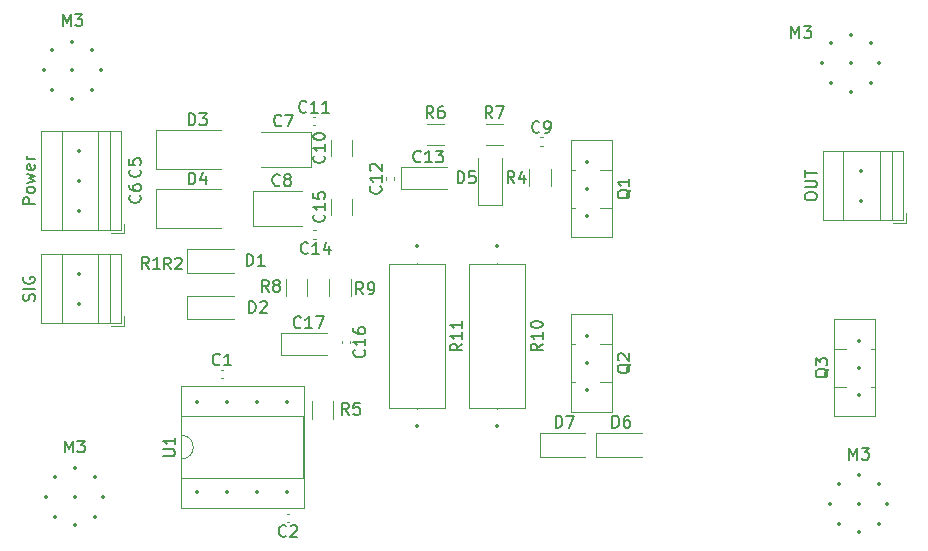
<source format=gto>
%TF.GenerationSoftware,KiCad,Pcbnew,8.0.8*%
%TF.CreationDate,2025-01-31T21:35:22+01:00*%
%TF.ProjectId,BufferCorrente,42756666-6572-4436-9f72-72656e74652e,rev?*%
%TF.SameCoordinates,Original*%
%TF.FileFunction,Legend,Top*%
%TF.FilePolarity,Positive*%
%FSLAX46Y46*%
G04 Gerber Fmt 4.6, Leading zero omitted, Abs format (unit mm)*
G04 Created by KiCad (PCBNEW 8.0.8) date 2025-01-31 21:35:22*
%MOMM*%
%LPD*%
G01*
G04 APERTURE LIST*
%ADD10C,0.150000*%
%ADD11C,0.120000*%
%ADD12C,0.350000*%
G04 APERTURE END LIST*
D10*
X130304819Y-113971904D02*
X131114342Y-113971904D01*
X131114342Y-113971904D02*
X131209580Y-113924285D01*
X131209580Y-113924285D02*
X131257200Y-113876666D01*
X131257200Y-113876666D02*
X131304819Y-113781428D01*
X131304819Y-113781428D02*
X131304819Y-113590952D01*
X131304819Y-113590952D02*
X131257200Y-113495714D01*
X131257200Y-113495714D02*
X131209580Y-113448095D01*
X131209580Y-113448095D02*
X131114342Y-113400476D01*
X131114342Y-113400476D02*
X130304819Y-113400476D01*
X131304819Y-112400476D02*
X131304819Y-112971904D01*
X131304819Y-112686190D02*
X130304819Y-112686190D01*
X130304819Y-112686190D02*
X130447676Y-112781428D01*
X130447676Y-112781428D02*
X130542914Y-112876666D01*
X130542914Y-112876666D02*
X130590533Y-112971904D01*
X155624819Y-104442857D02*
X155148628Y-104776190D01*
X155624819Y-105014285D02*
X154624819Y-105014285D01*
X154624819Y-105014285D02*
X154624819Y-104633333D01*
X154624819Y-104633333D02*
X154672438Y-104538095D01*
X154672438Y-104538095D02*
X154720057Y-104490476D01*
X154720057Y-104490476D02*
X154815295Y-104442857D01*
X154815295Y-104442857D02*
X154958152Y-104442857D01*
X154958152Y-104442857D02*
X155053390Y-104490476D01*
X155053390Y-104490476D02*
X155101009Y-104538095D01*
X155101009Y-104538095D02*
X155148628Y-104633333D01*
X155148628Y-104633333D02*
X155148628Y-105014285D01*
X155624819Y-103490476D02*
X155624819Y-104061904D01*
X155624819Y-103776190D02*
X154624819Y-103776190D01*
X154624819Y-103776190D02*
X154767676Y-103871428D01*
X154767676Y-103871428D02*
X154862914Y-103966666D01*
X154862914Y-103966666D02*
X154910533Y-104061904D01*
X155624819Y-102538095D02*
X155624819Y-103109523D01*
X155624819Y-102823809D02*
X154624819Y-102823809D01*
X154624819Y-102823809D02*
X154767676Y-102919047D01*
X154767676Y-102919047D02*
X154862914Y-103014285D01*
X154862914Y-103014285D02*
X154910533Y-103109523D01*
X162424819Y-104442857D02*
X161948628Y-104776190D01*
X162424819Y-105014285D02*
X161424819Y-105014285D01*
X161424819Y-105014285D02*
X161424819Y-104633333D01*
X161424819Y-104633333D02*
X161472438Y-104538095D01*
X161472438Y-104538095D02*
X161520057Y-104490476D01*
X161520057Y-104490476D02*
X161615295Y-104442857D01*
X161615295Y-104442857D02*
X161758152Y-104442857D01*
X161758152Y-104442857D02*
X161853390Y-104490476D01*
X161853390Y-104490476D02*
X161901009Y-104538095D01*
X161901009Y-104538095D02*
X161948628Y-104633333D01*
X161948628Y-104633333D02*
X161948628Y-105014285D01*
X162424819Y-103490476D02*
X162424819Y-104061904D01*
X162424819Y-103776190D02*
X161424819Y-103776190D01*
X161424819Y-103776190D02*
X161567676Y-103871428D01*
X161567676Y-103871428D02*
X161662914Y-103966666D01*
X161662914Y-103966666D02*
X161710533Y-104061904D01*
X161424819Y-102871428D02*
X161424819Y-102776190D01*
X161424819Y-102776190D02*
X161472438Y-102680952D01*
X161472438Y-102680952D02*
X161520057Y-102633333D01*
X161520057Y-102633333D02*
X161615295Y-102585714D01*
X161615295Y-102585714D02*
X161805771Y-102538095D01*
X161805771Y-102538095D02*
X162043866Y-102538095D01*
X162043866Y-102538095D02*
X162234342Y-102585714D01*
X162234342Y-102585714D02*
X162329580Y-102633333D01*
X162329580Y-102633333D02*
X162377200Y-102680952D01*
X162377200Y-102680952D02*
X162424819Y-102776190D01*
X162424819Y-102776190D02*
X162424819Y-102871428D01*
X162424819Y-102871428D02*
X162377200Y-102966666D01*
X162377200Y-102966666D02*
X162329580Y-103014285D01*
X162329580Y-103014285D02*
X162234342Y-103061904D01*
X162234342Y-103061904D02*
X162043866Y-103109523D01*
X162043866Y-103109523D02*
X161805771Y-103109523D01*
X161805771Y-103109523D02*
X161615295Y-103061904D01*
X161615295Y-103061904D02*
X161520057Y-103014285D01*
X161520057Y-103014285D02*
X161472438Y-102966666D01*
X161472438Y-102966666D02*
X161424819Y-102871428D01*
X147233333Y-100254819D02*
X146900000Y-99778628D01*
X146661905Y-100254819D02*
X146661905Y-99254819D01*
X146661905Y-99254819D02*
X147042857Y-99254819D01*
X147042857Y-99254819D02*
X147138095Y-99302438D01*
X147138095Y-99302438D02*
X147185714Y-99350057D01*
X147185714Y-99350057D02*
X147233333Y-99445295D01*
X147233333Y-99445295D02*
X147233333Y-99588152D01*
X147233333Y-99588152D02*
X147185714Y-99683390D01*
X147185714Y-99683390D02*
X147138095Y-99731009D01*
X147138095Y-99731009D02*
X147042857Y-99778628D01*
X147042857Y-99778628D02*
X146661905Y-99778628D01*
X147709524Y-100254819D02*
X147900000Y-100254819D01*
X147900000Y-100254819D02*
X147995238Y-100207200D01*
X147995238Y-100207200D02*
X148042857Y-100159580D01*
X148042857Y-100159580D02*
X148138095Y-100016723D01*
X148138095Y-100016723D02*
X148185714Y-99826247D01*
X148185714Y-99826247D02*
X148185714Y-99445295D01*
X148185714Y-99445295D02*
X148138095Y-99350057D01*
X148138095Y-99350057D02*
X148090476Y-99302438D01*
X148090476Y-99302438D02*
X147995238Y-99254819D01*
X147995238Y-99254819D02*
X147804762Y-99254819D01*
X147804762Y-99254819D02*
X147709524Y-99302438D01*
X147709524Y-99302438D02*
X147661905Y-99350057D01*
X147661905Y-99350057D02*
X147614286Y-99445295D01*
X147614286Y-99445295D02*
X147614286Y-99683390D01*
X147614286Y-99683390D02*
X147661905Y-99778628D01*
X147661905Y-99778628D02*
X147709524Y-99826247D01*
X147709524Y-99826247D02*
X147804762Y-99873866D01*
X147804762Y-99873866D02*
X147995238Y-99873866D01*
X147995238Y-99873866D02*
X148090476Y-99826247D01*
X148090476Y-99826247D02*
X148138095Y-99778628D01*
X148138095Y-99778628D02*
X148185714Y-99683390D01*
X139233333Y-100054819D02*
X138900000Y-99578628D01*
X138661905Y-100054819D02*
X138661905Y-99054819D01*
X138661905Y-99054819D02*
X139042857Y-99054819D01*
X139042857Y-99054819D02*
X139138095Y-99102438D01*
X139138095Y-99102438D02*
X139185714Y-99150057D01*
X139185714Y-99150057D02*
X139233333Y-99245295D01*
X139233333Y-99245295D02*
X139233333Y-99388152D01*
X139233333Y-99388152D02*
X139185714Y-99483390D01*
X139185714Y-99483390D02*
X139138095Y-99531009D01*
X139138095Y-99531009D02*
X139042857Y-99578628D01*
X139042857Y-99578628D02*
X138661905Y-99578628D01*
X139804762Y-99483390D02*
X139709524Y-99435771D01*
X139709524Y-99435771D02*
X139661905Y-99388152D01*
X139661905Y-99388152D02*
X139614286Y-99292914D01*
X139614286Y-99292914D02*
X139614286Y-99245295D01*
X139614286Y-99245295D02*
X139661905Y-99150057D01*
X139661905Y-99150057D02*
X139709524Y-99102438D01*
X139709524Y-99102438D02*
X139804762Y-99054819D01*
X139804762Y-99054819D02*
X139995238Y-99054819D01*
X139995238Y-99054819D02*
X140090476Y-99102438D01*
X140090476Y-99102438D02*
X140138095Y-99150057D01*
X140138095Y-99150057D02*
X140185714Y-99245295D01*
X140185714Y-99245295D02*
X140185714Y-99292914D01*
X140185714Y-99292914D02*
X140138095Y-99388152D01*
X140138095Y-99388152D02*
X140090476Y-99435771D01*
X140090476Y-99435771D02*
X139995238Y-99483390D01*
X139995238Y-99483390D02*
X139804762Y-99483390D01*
X139804762Y-99483390D02*
X139709524Y-99531009D01*
X139709524Y-99531009D02*
X139661905Y-99578628D01*
X139661905Y-99578628D02*
X139614286Y-99673866D01*
X139614286Y-99673866D02*
X139614286Y-99864342D01*
X139614286Y-99864342D02*
X139661905Y-99959580D01*
X139661905Y-99959580D02*
X139709524Y-100007200D01*
X139709524Y-100007200D02*
X139804762Y-100054819D01*
X139804762Y-100054819D02*
X139995238Y-100054819D01*
X139995238Y-100054819D02*
X140090476Y-100007200D01*
X140090476Y-100007200D02*
X140138095Y-99959580D01*
X140138095Y-99959580D02*
X140185714Y-99864342D01*
X140185714Y-99864342D02*
X140185714Y-99673866D01*
X140185714Y-99673866D02*
X140138095Y-99578628D01*
X140138095Y-99578628D02*
X140090476Y-99531009D01*
X140090476Y-99531009D02*
X139995238Y-99483390D01*
X158170833Y-85354819D02*
X157837500Y-84878628D01*
X157599405Y-85354819D02*
X157599405Y-84354819D01*
X157599405Y-84354819D02*
X157980357Y-84354819D01*
X157980357Y-84354819D02*
X158075595Y-84402438D01*
X158075595Y-84402438D02*
X158123214Y-84450057D01*
X158123214Y-84450057D02*
X158170833Y-84545295D01*
X158170833Y-84545295D02*
X158170833Y-84688152D01*
X158170833Y-84688152D02*
X158123214Y-84783390D01*
X158123214Y-84783390D02*
X158075595Y-84831009D01*
X158075595Y-84831009D02*
X157980357Y-84878628D01*
X157980357Y-84878628D02*
X157599405Y-84878628D01*
X158504167Y-84354819D02*
X159170833Y-84354819D01*
X159170833Y-84354819D02*
X158742262Y-85354819D01*
X153170833Y-85354819D02*
X152837500Y-84878628D01*
X152599405Y-85354819D02*
X152599405Y-84354819D01*
X152599405Y-84354819D02*
X152980357Y-84354819D01*
X152980357Y-84354819D02*
X153075595Y-84402438D01*
X153075595Y-84402438D02*
X153123214Y-84450057D01*
X153123214Y-84450057D02*
X153170833Y-84545295D01*
X153170833Y-84545295D02*
X153170833Y-84688152D01*
X153170833Y-84688152D02*
X153123214Y-84783390D01*
X153123214Y-84783390D02*
X153075595Y-84831009D01*
X153075595Y-84831009D02*
X152980357Y-84878628D01*
X152980357Y-84878628D02*
X152599405Y-84878628D01*
X154027976Y-84354819D02*
X153837500Y-84354819D01*
X153837500Y-84354819D02*
X153742262Y-84402438D01*
X153742262Y-84402438D02*
X153694643Y-84450057D01*
X153694643Y-84450057D02*
X153599405Y-84592914D01*
X153599405Y-84592914D02*
X153551786Y-84783390D01*
X153551786Y-84783390D02*
X153551786Y-85164342D01*
X153551786Y-85164342D02*
X153599405Y-85259580D01*
X153599405Y-85259580D02*
X153647024Y-85307200D01*
X153647024Y-85307200D02*
X153742262Y-85354819D01*
X153742262Y-85354819D02*
X153932738Y-85354819D01*
X153932738Y-85354819D02*
X154027976Y-85307200D01*
X154027976Y-85307200D02*
X154075595Y-85259580D01*
X154075595Y-85259580D02*
X154123214Y-85164342D01*
X154123214Y-85164342D02*
X154123214Y-84926247D01*
X154123214Y-84926247D02*
X154075595Y-84831009D01*
X154075595Y-84831009D02*
X154027976Y-84783390D01*
X154027976Y-84783390D02*
X153932738Y-84735771D01*
X153932738Y-84735771D02*
X153742262Y-84735771D01*
X153742262Y-84735771D02*
X153647024Y-84783390D01*
X153647024Y-84783390D02*
X153599405Y-84831009D01*
X153599405Y-84831009D02*
X153551786Y-84926247D01*
X146033333Y-110454819D02*
X145700000Y-109978628D01*
X145461905Y-110454819D02*
X145461905Y-109454819D01*
X145461905Y-109454819D02*
X145842857Y-109454819D01*
X145842857Y-109454819D02*
X145938095Y-109502438D01*
X145938095Y-109502438D02*
X145985714Y-109550057D01*
X145985714Y-109550057D02*
X146033333Y-109645295D01*
X146033333Y-109645295D02*
X146033333Y-109788152D01*
X146033333Y-109788152D02*
X145985714Y-109883390D01*
X145985714Y-109883390D02*
X145938095Y-109931009D01*
X145938095Y-109931009D02*
X145842857Y-109978628D01*
X145842857Y-109978628D02*
X145461905Y-109978628D01*
X146938095Y-109454819D02*
X146461905Y-109454819D01*
X146461905Y-109454819D02*
X146414286Y-109931009D01*
X146414286Y-109931009D02*
X146461905Y-109883390D01*
X146461905Y-109883390D02*
X146557143Y-109835771D01*
X146557143Y-109835771D02*
X146795238Y-109835771D01*
X146795238Y-109835771D02*
X146890476Y-109883390D01*
X146890476Y-109883390D02*
X146938095Y-109931009D01*
X146938095Y-109931009D02*
X146985714Y-110026247D01*
X146985714Y-110026247D02*
X146985714Y-110264342D01*
X146985714Y-110264342D02*
X146938095Y-110359580D01*
X146938095Y-110359580D02*
X146890476Y-110407200D01*
X146890476Y-110407200D02*
X146795238Y-110454819D01*
X146795238Y-110454819D02*
X146557143Y-110454819D01*
X146557143Y-110454819D02*
X146461905Y-110407200D01*
X146461905Y-110407200D02*
X146414286Y-110359580D01*
X160033333Y-90837319D02*
X159700000Y-90361128D01*
X159461905Y-90837319D02*
X159461905Y-89837319D01*
X159461905Y-89837319D02*
X159842857Y-89837319D01*
X159842857Y-89837319D02*
X159938095Y-89884938D01*
X159938095Y-89884938D02*
X159985714Y-89932557D01*
X159985714Y-89932557D02*
X160033333Y-90027795D01*
X160033333Y-90027795D02*
X160033333Y-90170652D01*
X160033333Y-90170652D02*
X159985714Y-90265890D01*
X159985714Y-90265890D02*
X159938095Y-90313509D01*
X159938095Y-90313509D02*
X159842857Y-90361128D01*
X159842857Y-90361128D02*
X159461905Y-90361128D01*
X160890476Y-90170652D02*
X160890476Y-90837319D01*
X160652381Y-89789700D02*
X160414286Y-90503985D01*
X160414286Y-90503985D02*
X161033333Y-90503985D01*
X130933333Y-98164819D02*
X130600000Y-97688628D01*
X130361905Y-98164819D02*
X130361905Y-97164819D01*
X130361905Y-97164819D02*
X130742857Y-97164819D01*
X130742857Y-97164819D02*
X130838095Y-97212438D01*
X130838095Y-97212438D02*
X130885714Y-97260057D01*
X130885714Y-97260057D02*
X130933333Y-97355295D01*
X130933333Y-97355295D02*
X130933333Y-97498152D01*
X130933333Y-97498152D02*
X130885714Y-97593390D01*
X130885714Y-97593390D02*
X130838095Y-97641009D01*
X130838095Y-97641009D02*
X130742857Y-97688628D01*
X130742857Y-97688628D02*
X130361905Y-97688628D01*
X131314286Y-97260057D02*
X131361905Y-97212438D01*
X131361905Y-97212438D02*
X131457143Y-97164819D01*
X131457143Y-97164819D02*
X131695238Y-97164819D01*
X131695238Y-97164819D02*
X131790476Y-97212438D01*
X131790476Y-97212438D02*
X131838095Y-97260057D01*
X131838095Y-97260057D02*
X131885714Y-97355295D01*
X131885714Y-97355295D02*
X131885714Y-97450533D01*
X131885714Y-97450533D02*
X131838095Y-97593390D01*
X131838095Y-97593390D02*
X131266667Y-98164819D01*
X131266667Y-98164819D02*
X131885714Y-98164819D01*
X129083333Y-98109819D02*
X128750000Y-97633628D01*
X128511905Y-98109819D02*
X128511905Y-97109819D01*
X128511905Y-97109819D02*
X128892857Y-97109819D01*
X128892857Y-97109819D02*
X128988095Y-97157438D01*
X128988095Y-97157438D02*
X129035714Y-97205057D01*
X129035714Y-97205057D02*
X129083333Y-97300295D01*
X129083333Y-97300295D02*
X129083333Y-97443152D01*
X129083333Y-97443152D02*
X129035714Y-97538390D01*
X129035714Y-97538390D02*
X128988095Y-97586009D01*
X128988095Y-97586009D02*
X128892857Y-97633628D01*
X128892857Y-97633628D02*
X128511905Y-97633628D01*
X130035714Y-98109819D02*
X129464286Y-98109819D01*
X129750000Y-98109819D02*
X129750000Y-97109819D01*
X129750000Y-97109819D02*
X129654762Y-97252676D01*
X129654762Y-97252676D02*
X129559524Y-97347914D01*
X129559524Y-97347914D02*
X129464286Y-97395533D01*
X186630057Y-106575238D02*
X186582438Y-106670476D01*
X186582438Y-106670476D02*
X186487200Y-106765714D01*
X186487200Y-106765714D02*
X186344342Y-106908571D01*
X186344342Y-106908571D02*
X186296723Y-107003809D01*
X186296723Y-107003809D02*
X186296723Y-107099047D01*
X186534819Y-107051428D02*
X186487200Y-107146666D01*
X186487200Y-107146666D02*
X186391961Y-107241904D01*
X186391961Y-107241904D02*
X186201485Y-107289523D01*
X186201485Y-107289523D02*
X185868152Y-107289523D01*
X185868152Y-107289523D02*
X185677676Y-107241904D01*
X185677676Y-107241904D02*
X185582438Y-107146666D01*
X185582438Y-107146666D02*
X185534819Y-107051428D01*
X185534819Y-107051428D02*
X185534819Y-106860952D01*
X185534819Y-106860952D02*
X185582438Y-106765714D01*
X185582438Y-106765714D02*
X185677676Y-106670476D01*
X185677676Y-106670476D02*
X185868152Y-106622857D01*
X185868152Y-106622857D02*
X186201485Y-106622857D01*
X186201485Y-106622857D02*
X186391961Y-106670476D01*
X186391961Y-106670476D02*
X186487200Y-106765714D01*
X186487200Y-106765714D02*
X186534819Y-106860952D01*
X186534819Y-106860952D02*
X186534819Y-107051428D01*
X185534819Y-106289523D02*
X185534819Y-105670476D01*
X185534819Y-105670476D02*
X185915771Y-106003809D01*
X185915771Y-106003809D02*
X185915771Y-105860952D01*
X185915771Y-105860952D02*
X185963390Y-105765714D01*
X185963390Y-105765714D02*
X186011009Y-105718095D01*
X186011009Y-105718095D02*
X186106247Y-105670476D01*
X186106247Y-105670476D02*
X186344342Y-105670476D01*
X186344342Y-105670476D02*
X186439580Y-105718095D01*
X186439580Y-105718095D02*
X186487200Y-105765714D01*
X186487200Y-105765714D02*
X186534819Y-105860952D01*
X186534819Y-105860952D02*
X186534819Y-106146666D01*
X186534819Y-106146666D02*
X186487200Y-106241904D01*
X186487200Y-106241904D02*
X186439580Y-106289523D01*
X169870057Y-106175238D02*
X169822438Y-106270476D01*
X169822438Y-106270476D02*
X169727200Y-106365714D01*
X169727200Y-106365714D02*
X169584342Y-106508571D01*
X169584342Y-106508571D02*
X169536723Y-106603809D01*
X169536723Y-106603809D02*
X169536723Y-106699047D01*
X169774819Y-106651428D02*
X169727200Y-106746666D01*
X169727200Y-106746666D02*
X169631961Y-106841904D01*
X169631961Y-106841904D02*
X169441485Y-106889523D01*
X169441485Y-106889523D02*
X169108152Y-106889523D01*
X169108152Y-106889523D02*
X168917676Y-106841904D01*
X168917676Y-106841904D02*
X168822438Y-106746666D01*
X168822438Y-106746666D02*
X168774819Y-106651428D01*
X168774819Y-106651428D02*
X168774819Y-106460952D01*
X168774819Y-106460952D02*
X168822438Y-106365714D01*
X168822438Y-106365714D02*
X168917676Y-106270476D01*
X168917676Y-106270476D02*
X169108152Y-106222857D01*
X169108152Y-106222857D02*
X169441485Y-106222857D01*
X169441485Y-106222857D02*
X169631961Y-106270476D01*
X169631961Y-106270476D02*
X169727200Y-106365714D01*
X169727200Y-106365714D02*
X169774819Y-106460952D01*
X169774819Y-106460952D02*
X169774819Y-106651428D01*
X168870057Y-105841904D02*
X168822438Y-105794285D01*
X168822438Y-105794285D02*
X168774819Y-105699047D01*
X168774819Y-105699047D02*
X168774819Y-105460952D01*
X168774819Y-105460952D02*
X168822438Y-105365714D01*
X168822438Y-105365714D02*
X168870057Y-105318095D01*
X168870057Y-105318095D02*
X168965295Y-105270476D01*
X168965295Y-105270476D02*
X169060533Y-105270476D01*
X169060533Y-105270476D02*
X169203390Y-105318095D01*
X169203390Y-105318095D02*
X169774819Y-105889523D01*
X169774819Y-105889523D02*
X169774819Y-105270476D01*
X169870057Y-91415238D02*
X169822438Y-91510476D01*
X169822438Y-91510476D02*
X169727200Y-91605714D01*
X169727200Y-91605714D02*
X169584342Y-91748571D01*
X169584342Y-91748571D02*
X169536723Y-91843809D01*
X169536723Y-91843809D02*
X169536723Y-91939047D01*
X169774819Y-91891428D02*
X169727200Y-91986666D01*
X169727200Y-91986666D02*
X169631961Y-92081904D01*
X169631961Y-92081904D02*
X169441485Y-92129523D01*
X169441485Y-92129523D02*
X169108152Y-92129523D01*
X169108152Y-92129523D02*
X168917676Y-92081904D01*
X168917676Y-92081904D02*
X168822438Y-91986666D01*
X168822438Y-91986666D02*
X168774819Y-91891428D01*
X168774819Y-91891428D02*
X168774819Y-91700952D01*
X168774819Y-91700952D02*
X168822438Y-91605714D01*
X168822438Y-91605714D02*
X168917676Y-91510476D01*
X168917676Y-91510476D02*
X169108152Y-91462857D01*
X169108152Y-91462857D02*
X169441485Y-91462857D01*
X169441485Y-91462857D02*
X169631961Y-91510476D01*
X169631961Y-91510476D02*
X169727200Y-91605714D01*
X169727200Y-91605714D02*
X169774819Y-91700952D01*
X169774819Y-91700952D02*
X169774819Y-91891428D01*
X169774819Y-90510476D02*
X169774819Y-91081904D01*
X169774819Y-90796190D02*
X168774819Y-90796190D01*
X168774819Y-90796190D02*
X168917676Y-90891428D01*
X168917676Y-90891428D02*
X169012914Y-90986666D01*
X169012914Y-90986666D02*
X169060533Y-91081904D01*
X119434819Y-92636190D02*
X118434819Y-92636190D01*
X118434819Y-92636190D02*
X118434819Y-92255238D01*
X118434819Y-92255238D02*
X118482438Y-92160000D01*
X118482438Y-92160000D02*
X118530057Y-92112381D01*
X118530057Y-92112381D02*
X118625295Y-92064762D01*
X118625295Y-92064762D02*
X118768152Y-92064762D01*
X118768152Y-92064762D02*
X118863390Y-92112381D01*
X118863390Y-92112381D02*
X118911009Y-92160000D01*
X118911009Y-92160000D02*
X118958628Y-92255238D01*
X118958628Y-92255238D02*
X118958628Y-92636190D01*
X119434819Y-91493333D02*
X119387200Y-91588571D01*
X119387200Y-91588571D02*
X119339580Y-91636190D01*
X119339580Y-91636190D02*
X119244342Y-91683809D01*
X119244342Y-91683809D02*
X118958628Y-91683809D01*
X118958628Y-91683809D02*
X118863390Y-91636190D01*
X118863390Y-91636190D02*
X118815771Y-91588571D01*
X118815771Y-91588571D02*
X118768152Y-91493333D01*
X118768152Y-91493333D02*
X118768152Y-91350476D01*
X118768152Y-91350476D02*
X118815771Y-91255238D01*
X118815771Y-91255238D02*
X118863390Y-91207619D01*
X118863390Y-91207619D02*
X118958628Y-91160000D01*
X118958628Y-91160000D02*
X119244342Y-91160000D01*
X119244342Y-91160000D02*
X119339580Y-91207619D01*
X119339580Y-91207619D02*
X119387200Y-91255238D01*
X119387200Y-91255238D02*
X119434819Y-91350476D01*
X119434819Y-91350476D02*
X119434819Y-91493333D01*
X118768152Y-90826666D02*
X119434819Y-90636190D01*
X119434819Y-90636190D02*
X118958628Y-90445714D01*
X118958628Y-90445714D02*
X119434819Y-90255238D01*
X119434819Y-90255238D02*
X118768152Y-90064762D01*
X119387200Y-89302857D02*
X119434819Y-89398095D01*
X119434819Y-89398095D02*
X119434819Y-89588571D01*
X119434819Y-89588571D02*
X119387200Y-89683809D01*
X119387200Y-89683809D02*
X119291961Y-89731428D01*
X119291961Y-89731428D02*
X118911009Y-89731428D01*
X118911009Y-89731428D02*
X118815771Y-89683809D01*
X118815771Y-89683809D02*
X118768152Y-89588571D01*
X118768152Y-89588571D02*
X118768152Y-89398095D01*
X118768152Y-89398095D02*
X118815771Y-89302857D01*
X118815771Y-89302857D02*
X118911009Y-89255238D01*
X118911009Y-89255238D02*
X119006247Y-89255238D01*
X119006247Y-89255238D02*
X119101485Y-89731428D01*
X119434819Y-88826666D02*
X118768152Y-88826666D01*
X118958628Y-88826666D02*
X118863390Y-88779047D01*
X118863390Y-88779047D02*
X118815771Y-88731428D01*
X118815771Y-88731428D02*
X118768152Y-88636190D01*
X118768152Y-88636190D02*
X118768152Y-88540952D01*
X184634819Y-92069999D02*
X184634819Y-91879523D01*
X184634819Y-91879523D02*
X184682438Y-91784285D01*
X184682438Y-91784285D02*
X184777676Y-91689047D01*
X184777676Y-91689047D02*
X184968152Y-91641428D01*
X184968152Y-91641428D02*
X185301485Y-91641428D01*
X185301485Y-91641428D02*
X185491961Y-91689047D01*
X185491961Y-91689047D02*
X185587200Y-91784285D01*
X185587200Y-91784285D02*
X185634819Y-91879523D01*
X185634819Y-91879523D02*
X185634819Y-92069999D01*
X185634819Y-92069999D02*
X185587200Y-92165237D01*
X185587200Y-92165237D02*
X185491961Y-92260475D01*
X185491961Y-92260475D02*
X185301485Y-92308094D01*
X185301485Y-92308094D02*
X184968152Y-92308094D01*
X184968152Y-92308094D02*
X184777676Y-92260475D01*
X184777676Y-92260475D02*
X184682438Y-92165237D01*
X184682438Y-92165237D02*
X184634819Y-92069999D01*
X184634819Y-91212856D02*
X185444342Y-91212856D01*
X185444342Y-91212856D02*
X185539580Y-91165237D01*
X185539580Y-91165237D02*
X185587200Y-91117618D01*
X185587200Y-91117618D02*
X185634819Y-91022380D01*
X185634819Y-91022380D02*
X185634819Y-90831904D01*
X185634819Y-90831904D02*
X185587200Y-90736666D01*
X185587200Y-90736666D02*
X185539580Y-90689047D01*
X185539580Y-90689047D02*
X185444342Y-90641428D01*
X185444342Y-90641428D02*
X184634819Y-90641428D01*
X184634819Y-90308094D02*
X184634819Y-89736666D01*
X185634819Y-90022380D02*
X184634819Y-90022380D01*
X119387200Y-100813808D02*
X119434819Y-100670951D01*
X119434819Y-100670951D02*
X119434819Y-100432856D01*
X119434819Y-100432856D02*
X119387200Y-100337618D01*
X119387200Y-100337618D02*
X119339580Y-100289999D01*
X119339580Y-100289999D02*
X119244342Y-100242380D01*
X119244342Y-100242380D02*
X119149104Y-100242380D01*
X119149104Y-100242380D02*
X119053866Y-100289999D01*
X119053866Y-100289999D02*
X119006247Y-100337618D01*
X119006247Y-100337618D02*
X118958628Y-100432856D01*
X118958628Y-100432856D02*
X118911009Y-100623332D01*
X118911009Y-100623332D02*
X118863390Y-100718570D01*
X118863390Y-100718570D02*
X118815771Y-100766189D01*
X118815771Y-100766189D02*
X118720533Y-100813808D01*
X118720533Y-100813808D02*
X118625295Y-100813808D01*
X118625295Y-100813808D02*
X118530057Y-100766189D01*
X118530057Y-100766189D02*
X118482438Y-100718570D01*
X118482438Y-100718570D02*
X118434819Y-100623332D01*
X118434819Y-100623332D02*
X118434819Y-100385237D01*
X118434819Y-100385237D02*
X118482438Y-100242380D01*
X119434819Y-99813808D02*
X118434819Y-99813808D01*
X118482438Y-98813809D02*
X118434819Y-98909047D01*
X118434819Y-98909047D02*
X118434819Y-99051904D01*
X118434819Y-99051904D02*
X118482438Y-99194761D01*
X118482438Y-99194761D02*
X118577676Y-99289999D01*
X118577676Y-99289999D02*
X118672914Y-99337618D01*
X118672914Y-99337618D02*
X118863390Y-99385237D01*
X118863390Y-99385237D02*
X119006247Y-99385237D01*
X119006247Y-99385237D02*
X119196723Y-99337618D01*
X119196723Y-99337618D02*
X119291961Y-99289999D01*
X119291961Y-99289999D02*
X119387200Y-99194761D01*
X119387200Y-99194761D02*
X119434819Y-99051904D01*
X119434819Y-99051904D02*
X119434819Y-98956666D01*
X119434819Y-98956666D02*
X119387200Y-98813809D01*
X119387200Y-98813809D02*
X119339580Y-98766190D01*
X119339580Y-98766190D02*
X119006247Y-98766190D01*
X119006247Y-98766190D02*
X119006247Y-98956666D01*
X188390476Y-114254819D02*
X188390476Y-113254819D01*
X188390476Y-113254819D02*
X188723809Y-113969104D01*
X188723809Y-113969104D02*
X189057142Y-113254819D01*
X189057142Y-113254819D02*
X189057142Y-114254819D01*
X189438095Y-113254819D02*
X190057142Y-113254819D01*
X190057142Y-113254819D02*
X189723809Y-113635771D01*
X189723809Y-113635771D02*
X189866666Y-113635771D01*
X189866666Y-113635771D02*
X189961904Y-113683390D01*
X189961904Y-113683390D02*
X190009523Y-113731009D01*
X190009523Y-113731009D02*
X190057142Y-113826247D01*
X190057142Y-113826247D02*
X190057142Y-114064342D01*
X190057142Y-114064342D02*
X190009523Y-114159580D01*
X190009523Y-114159580D02*
X189961904Y-114207200D01*
X189961904Y-114207200D02*
X189866666Y-114254819D01*
X189866666Y-114254819D02*
X189580952Y-114254819D01*
X189580952Y-114254819D02*
X189485714Y-114207200D01*
X189485714Y-114207200D02*
X189438095Y-114159580D01*
X183493420Y-78551875D02*
X183493420Y-77551875D01*
X183493420Y-77551875D02*
X183826753Y-78266160D01*
X183826753Y-78266160D02*
X184160086Y-77551875D01*
X184160086Y-77551875D02*
X184160086Y-78551875D01*
X184541039Y-77551875D02*
X185160086Y-77551875D01*
X185160086Y-77551875D02*
X184826753Y-77932827D01*
X184826753Y-77932827D02*
X184969610Y-77932827D01*
X184969610Y-77932827D02*
X185064848Y-77980446D01*
X185064848Y-77980446D02*
X185112467Y-78028065D01*
X185112467Y-78028065D02*
X185160086Y-78123303D01*
X185160086Y-78123303D02*
X185160086Y-78361398D01*
X185160086Y-78361398D02*
X185112467Y-78456636D01*
X185112467Y-78456636D02*
X185064848Y-78504256D01*
X185064848Y-78504256D02*
X184969610Y-78551875D01*
X184969610Y-78551875D02*
X184683896Y-78551875D01*
X184683896Y-78551875D02*
X184588658Y-78504256D01*
X184588658Y-78504256D02*
X184541039Y-78456636D01*
X121990476Y-113654819D02*
X121990476Y-112654819D01*
X121990476Y-112654819D02*
X122323809Y-113369104D01*
X122323809Y-113369104D02*
X122657142Y-112654819D01*
X122657142Y-112654819D02*
X122657142Y-113654819D01*
X123038095Y-112654819D02*
X123657142Y-112654819D01*
X123657142Y-112654819D02*
X123323809Y-113035771D01*
X123323809Y-113035771D02*
X123466666Y-113035771D01*
X123466666Y-113035771D02*
X123561904Y-113083390D01*
X123561904Y-113083390D02*
X123609523Y-113131009D01*
X123609523Y-113131009D02*
X123657142Y-113226247D01*
X123657142Y-113226247D02*
X123657142Y-113464342D01*
X123657142Y-113464342D02*
X123609523Y-113559580D01*
X123609523Y-113559580D02*
X123561904Y-113607200D01*
X123561904Y-113607200D02*
X123466666Y-113654819D01*
X123466666Y-113654819D02*
X123180952Y-113654819D01*
X123180952Y-113654819D02*
X123085714Y-113607200D01*
X123085714Y-113607200D02*
X123038095Y-113559580D01*
X121790476Y-77551875D02*
X121790476Y-76551875D01*
X121790476Y-76551875D02*
X122123809Y-77266160D01*
X122123809Y-77266160D02*
X122457142Y-76551875D01*
X122457142Y-76551875D02*
X122457142Y-77551875D01*
X122838095Y-76551875D02*
X123457142Y-76551875D01*
X123457142Y-76551875D02*
X123123809Y-76932827D01*
X123123809Y-76932827D02*
X123266666Y-76932827D01*
X123266666Y-76932827D02*
X123361904Y-76980446D01*
X123361904Y-76980446D02*
X123409523Y-77028065D01*
X123409523Y-77028065D02*
X123457142Y-77123303D01*
X123457142Y-77123303D02*
X123457142Y-77361398D01*
X123457142Y-77361398D02*
X123409523Y-77456636D01*
X123409523Y-77456636D02*
X123361904Y-77504256D01*
X123361904Y-77504256D02*
X123266666Y-77551875D01*
X123266666Y-77551875D02*
X122980952Y-77551875D01*
X122980952Y-77551875D02*
X122885714Y-77504256D01*
X122885714Y-77504256D02*
X122838095Y-77456636D01*
X163534905Y-111549819D02*
X163534905Y-110549819D01*
X163534905Y-110549819D02*
X163773000Y-110549819D01*
X163773000Y-110549819D02*
X163915857Y-110597438D01*
X163915857Y-110597438D02*
X164011095Y-110692676D01*
X164011095Y-110692676D02*
X164058714Y-110787914D01*
X164058714Y-110787914D02*
X164106333Y-110978390D01*
X164106333Y-110978390D02*
X164106333Y-111121247D01*
X164106333Y-111121247D02*
X164058714Y-111311723D01*
X164058714Y-111311723D02*
X164011095Y-111406961D01*
X164011095Y-111406961D02*
X163915857Y-111502200D01*
X163915857Y-111502200D02*
X163773000Y-111549819D01*
X163773000Y-111549819D02*
X163534905Y-111549819D01*
X164439667Y-110549819D02*
X165106333Y-110549819D01*
X165106333Y-110549819D02*
X164677762Y-111549819D01*
X168334905Y-111549819D02*
X168334905Y-110549819D01*
X168334905Y-110549819D02*
X168573000Y-110549819D01*
X168573000Y-110549819D02*
X168715857Y-110597438D01*
X168715857Y-110597438D02*
X168811095Y-110692676D01*
X168811095Y-110692676D02*
X168858714Y-110787914D01*
X168858714Y-110787914D02*
X168906333Y-110978390D01*
X168906333Y-110978390D02*
X168906333Y-111121247D01*
X168906333Y-111121247D02*
X168858714Y-111311723D01*
X168858714Y-111311723D02*
X168811095Y-111406961D01*
X168811095Y-111406961D02*
X168715857Y-111502200D01*
X168715857Y-111502200D02*
X168573000Y-111549819D01*
X168573000Y-111549819D02*
X168334905Y-111549819D01*
X169763476Y-110549819D02*
X169573000Y-110549819D01*
X169573000Y-110549819D02*
X169477762Y-110597438D01*
X169477762Y-110597438D02*
X169430143Y-110645057D01*
X169430143Y-110645057D02*
X169334905Y-110787914D01*
X169334905Y-110787914D02*
X169287286Y-110978390D01*
X169287286Y-110978390D02*
X169287286Y-111359342D01*
X169287286Y-111359342D02*
X169334905Y-111454580D01*
X169334905Y-111454580D02*
X169382524Y-111502200D01*
X169382524Y-111502200D02*
X169477762Y-111549819D01*
X169477762Y-111549819D02*
X169668238Y-111549819D01*
X169668238Y-111549819D02*
X169763476Y-111502200D01*
X169763476Y-111502200D02*
X169811095Y-111454580D01*
X169811095Y-111454580D02*
X169858714Y-111359342D01*
X169858714Y-111359342D02*
X169858714Y-111121247D01*
X169858714Y-111121247D02*
X169811095Y-111026009D01*
X169811095Y-111026009D02*
X169763476Y-110978390D01*
X169763476Y-110978390D02*
X169668238Y-110930771D01*
X169668238Y-110930771D02*
X169477762Y-110930771D01*
X169477762Y-110930771D02*
X169382524Y-110978390D01*
X169382524Y-110978390D02*
X169334905Y-111026009D01*
X169334905Y-111026009D02*
X169287286Y-111121247D01*
X155231905Y-90854819D02*
X155231905Y-89854819D01*
X155231905Y-89854819D02*
X155470000Y-89854819D01*
X155470000Y-89854819D02*
X155612857Y-89902438D01*
X155612857Y-89902438D02*
X155708095Y-89997676D01*
X155708095Y-89997676D02*
X155755714Y-90092914D01*
X155755714Y-90092914D02*
X155803333Y-90283390D01*
X155803333Y-90283390D02*
X155803333Y-90426247D01*
X155803333Y-90426247D02*
X155755714Y-90616723D01*
X155755714Y-90616723D02*
X155708095Y-90711961D01*
X155708095Y-90711961D02*
X155612857Y-90807200D01*
X155612857Y-90807200D02*
X155470000Y-90854819D01*
X155470000Y-90854819D02*
X155231905Y-90854819D01*
X156708095Y-89854819D02*
X156231905Y-89854819D01*
X156231905Y-89854819D02*
X156184286Y-90331009D01*
X156184286Y-90331009D02*
X156231905Y-90283390D01*
X156231905Y-90283390D02*
X156327143Y-90235771D01*
X156327143Y-90235771D02*
X156565238Y-90235771D01*
X156565238Y-90235771D02*
X156660476Y-90283390D01*
X156660476Y-90283390D02*
X156708095Y-90331009D01*
X156708095Y-90331009D02*
X156755714Y-90426247D01*
X156755714Y-90426247D02*
X156755714Y-90664342D01*
X156755714Y-90664342D02*
X156708095Y-90759580D01*
X156708095Y-90759580D02*
X156660476Y-90807200D01*
X156660476Y-90807200D02*
X156565238Y-90854819D01*
X156565238Y-90854819D02*
X156327143Y-90854819D01*
X156327143Y-90854819D02*
X156231905Y-90807200D01*
X156231905Y-90807200D02*
X156184286Y-90759580D01*
X132461905Y-90954819D02*
X132461905Y-89954819D01*
X132461905Y-89954819D02*
X132700000Y-89954819D01*
X132700000Y-89954819D02*
X132842857Y-90002438D01*
X132842857Y-90002438D02*
X132938095Y-90097676D01*
X132938095Y-90097676D02*
X132985714Y-90192914D01*
X132985714Y-90192914D02*
X133033333Y-90383390D01*
X133033333Y-90383390D02*
X133033333Y-90526247D01*
X133033333Y-90526247D02*
X132985714Y-90716723D01*
X132985714Y-90716723D02*
X132938095Y-90811961D01*
X132938095Y-90811961D02*
X132842857Y-90907200D01*
X132842857Y-90907200D02*
X132700000Y-90954819D01*
X132700000Y-90954819D02*
X132461905Y-90954819D01*
X133890476Y-90288152D02*
X133890476Y-90954819D01*
X133652381Y-89907200D02*
X133414286Y-90621485D01*
X133414286Y-90621485D02*
X134033333Y-90621485D01*
X132461905Y-85954819D02*
X132461905Y-84954819D01*
X132461905Y-84954819D02*
X132700000Y-84954819D01*
X132700000Y-84954819D02*
X132842857Y-85002438D01*
X132842857Y-85002438D02*
X132938095Y-85097676D01*
X132938095Y-85097676D02*
X132985714Y-85192914D01*
X132985714Y-85192914D02*
X133033333Y-85383390D01*
X133033333Y-85383390D02*
X133033333Y-85526247D01*
X133033333Y-85526247D02*
X132985714Y-85716723D01*
X132985714Y-85716723D02*
X132938095Y-85811961D01*
X132938095Y-85811961D02*
X132842857Y-85907200D01*
X132842857Y-85907200D02*
X132700000Y-85954819D01*
X132700000Y-85954819D02*
X132461905Y-85954819D01*
X133366667Y-84954819D02*
X133985714Y-84954819D01*
X133985714Y-84954819D02*
X133652381Y-85335771D01*
X133652381Y-85335771D02*
X133795238Y-85335771D01*
X133795238Y-85335771D02*
X133890476Y-85383390D01*
X133890476Y-85383390D02*
X133938095Y-85431009D01*
X133938095Y-85431009D02*
X133985714Y-85526247D01*
X133985714Y-85526247D02*
X133985714Y-85764342D01*
X133985714Y-85764342D02*
X133938095Y-85859580D01*
X133938095Y-85859580D02*
X133890476Y-85907200D01*
X133890476Y-85907200D02*
X133795238Y-85954819D01*
X133795238Y-85954819D02*
X133509524Y-85954819D01*
X133509524Y-85954819D02*
X133414286Y-85907200D01*
X133414286Y-85907200D02*
X133366667Y-85859580D01*
X137561905Y-101854819D02*
X137561905Y-100854819D01*
X137561905Y-100854819D02*
X137800000Y-100854819D01*
X137800000Y-100854819D02*
X137942857Y-100902438D01*
X137942857Y-100902438D02*
X138038095Y-100997676D01*
X138038095Y-100997676D02*
X138085714Y-101092914D01*
X138085714Y-101092914D02*
X138133333Y-101283390D01*
X138133333Y-101283390D02*
X138133333Y-101426247D01*
X138133333Y-101426247D02*
X138085714Y-101616723D01*
X138085714Y-101616723D02*
X138038095Y-101711961D01*
X138038095Y-101711961D02*
X137942857Y-101807200D01*
X137942857Y-101807200D02*
X137800000Y-101854819D01*
X137800000Y-101854819D02*
X137561905Y-101854819D01*
X138514286Y-100950057D02*
X138561905Y-100902438D01*
X138561905Y-100902438D02*
X138657143Y-100854819D01*
X138657143Y-100854819D02*
X138895238Y-100854819D01*
X138895238Y-100854819D02*
X138990476Y-100902438D01*
X138990476Y-100902438D02*
X139038095Y-100950057D01*
X139038095Y-100950057D02*
X139085714Y-101045295D01*
X139085714Y-101045295D02*
X139085714Y-101140533D01*
X139085714Y-101140533D02*
X139038095Y-101283390D01*
X139038095Y-101283390D02*
X138466667Y-101854819D01*
X138466667Y-101854819D02*
X139085714Y-101854819D01*
X137361905Y-97854819D02*
X137361905Y-96854819D01*
X137361905Y-96854819D02*
X137600000Y-96854819D01*
X137600000Y-96854819D02*
X137742857Y-96902438D01*
X137742857Y-96902438D02*
X137838095Y-96997676D01*
X137838095Y-96997676D02*
X137885714Y-97092914D01*
X137885714Y-97092914D02*
X137933333Y-97283390D01*
X137933333Y-97283390D02*
X137933333Y-97426247D01*
X137933333Y-97426247D02*
X137885714Y-97616723D01*
X137885714Y-97616723D02*
X137838095Y-97711961D01*
X137838095Y-97711961D02*
X137742857Y-97807200D01*
X137742857Y-97807200D02*
X137600000Y-97854819D01*
X137600000Y-97854819D02*
X137361905Y-97854819D01*
X138885714Y-97854819D02*
X138314286Y-97854819D01*
X138600000Y-97854819D02*
X138600000Y-96854819D01*
X138600000Y-96854819D02*
X138504762Y-96997676D01*
X138504762Y-96997676D02*
X138409524Y-97092914D01*
X138409524Y-97092914D02*
X138314286Y-97140533D01*
X141957142Y-103049580D02*
X141909523Y-103097200D01*
X141909523Y-103097200D02*
X141766666Y-103144819D01*
X141766666Y-103144819D02*
X141671428Y-103144819D01*
X141671428Y-103144819D02*
X141528571Y-103097200D01*
X141528571Y-103097200D02*
X141433333Y-103001961D01*
X141433333Y-103001961D02*
X141385714Y-102906723D01*
X141385714Y-102906723D02*
X141338095Y-102716247D01*
X141338095Y-102716247D02*
X141338095Y-102573390D01*
X141338095Y-102573390D02*
X141385714Y-102382914D01*
X141385714Y-102382914D02*
X141433333Y-102287676D01*
X141433333Y-102287676D02*
X141528571Y-102192438D01*
X141528571Y-102192438D02*
X141671428Y-102144819D01*
X141671428Y-102144819D02*
X141766666Y-102144819D01*
X141766666Y-102144819D02*
X141909523Y-102192438D01*
X141909523Y-102192438D02*
X141957142Y-102240057D01*
X142909523Y-103144819D02*
X142338095Y-103144819D01*
X142623809Y-103144819D02*
X142623809Y-102144819D01*
X142623809Y-102144819D02*
X142528571Y-102287676D01*
X142528571Y-102287676D02*
X142433333Y-102382914D01*
X142433333Y-102382914D02*
X142338095Y-102430533D01*
X143242857Y-102144819D02*
X143909523Y-102144819D01*
X143909523Y-102144819D02*
X143480952Y-103144819D01*
X147319580Y-104962857D02*
X147367200Y-105010476D01*
X147367200Y-105010476D02*
X147414819Y-105153333D01*
X147414819Y-105153333D02*
X147414819Y-105248571D01*
X147414819Y-105248571D02*
X147367200Y-105391428D01*
X147367200Y-105391428D02*
X147271961Y-105486666D01*
X147271961Y-105486666D02*
X147176723Y-105534285D01*
X147176723Y-105534285D02*
X146986247Y-105581904D01*
X146986247Y-105581904D02*
X146843390Y-105581904D01*
X146843390Y-105581904D02*
X146652914Y-105534285D01*
X146652914Y-105534285D02*
X146557676Y-105486666D01*
X146557676Y-105486666D02*
X146462438Y-105391428D01*
X146462438Y-105391428D02*
X146414819Y-105248571D01*
X146414819Y-105248571D02*
X146414819Y-105153333D01*
X146414819Y-105153333D02*
X146462438Y-105010476D01*
X146462438Y-105010476D02*
X146510057Y-104962857D01*
X147414819Y-104010476D02*
X147414819Y-104581904D01*
X147414819Y-104296190D02*
X146414819Y-104296190D01*
X146414819Y-104296190D02*
X146557676Y-104391428D01*
X146557676Y-104391428D02*
X146652914Y-104486666D01*
X146652914Y-104486666D02*
X146700533Y-104581904D01*
X146414819Y-103153333D02*
X146414819Y-103343809D01*
X146414819Y-103343809D02*
X146462438Y-103439047D01*
X146462438Y-103439047D02*
X146510057Y-103486666D01*
X146510057Y-103486666D02*
X146652914Y-103581904D01*
X146652914Y-103581904D02*
X146843390Y-103629523D01*
X146843390Y-103629523D02*
X147224342Y-103629523D01*
X147224342Y-103629523D02*
X147319580Y-103581904D01*
X147319580Y-103581904D02*
X147367200Y-103534285D01*
X147367200Y-103534285D02*
X147414819Y-103439047D01*
X147414819Y-103439047D02*
X147414819Y-103248571D01*
X147414819Y-103248571D02*
X147367200Y-103153333D01*
X147367200Y-103153333D02*
X147319580Y-103105714D01*
X147319580Y-103105714D02*
X147224342Y-103058095D01*
X147224342Y-103058095D02*
X146986247Y-103058095D01*
X146986247Y-103058095D02*
X146891009Y-103105714D01*
X146891009Y-103105714D02*
X146843390Y-103153333D01*
X146843390Y-103153333D02*
X146795771Y-103248571D01*
X146795771Y-103248571D02*
X146795771Y-103439047D01*
X146795771Y-103439047D02*
X146843390Y-103534285D01*
X146843390Y-103534285D02*
X146891009Y-103581904D01*
X146891009Y-103581904D02*
X146986247Y-103629523D01*
X143909580Y-93517857D02*
X143957200Y-93565476D01*
X143957200Y-93565476D02*
X144004819Y-93708333D01*
X144004819Y-93708333D02*
X144004819Y-93803571D01*
X144004819Y-93803571D02*
X143957200Y-93946428D01*
X143957200Y-93946428D02*
X143861961Y-94041666D01*
X143861961Y-94041666D02*
X143766723Y-94089285D01*
X143766723Y-94089285D02*
X143576247Y-94136904D01*
X143576247Y-94136904D02*
X143433390Y-94136904D01*
X143433390Y-94136904D02*
X143242914Y-94089285D01*
X143242914Y-94089285D02*
X143147676Y-94041666D01*
X143147676Y-94041666D02*
X143052438Y-93946428D01*
X143052438Y-93946428D02*
X143004819Y-93803571D01*
X143004819Y-93803571D02*
X143004819Y-93708333D01*
X143004819Y-93708333D02*
X143052438Y-93565476D01*
X143052438Y-93565476D02*
X143100057Y-93517857D01*
X144004819Y-92565476D02*
X144004819Y-93136904D01*
X144004819Y-92851190D02*
X143004819Y-92851190D01*
X143004819Y-92851190D02*
X143147676Y-92946428D01*
X143147676Y-92946428D02*
X143242914Y-93041666D01*
X143242914Y-93041666D02*
X143290533Y-93136904D01*
X143004819Y-91660714D02*
X143004819Y-92136904D01*
X143004819Y-92136904D02*
X143481009Y-92184523D01*
X143481009Y-92184523D02*
X143433390Y-92136904D01*
X143433390Y-92136904D02*
X143385771Y-92041666D01*
X143385771Y-92041666D02*
X143385771Y-91803571D01*
X143385771Y-91803571D02*
X143433390Y-91708333D01*
X143433390Y-91708333D02*
X143481009Y-91660714D01*
X143481009Y-91660714D02*
X143576247Y-91613095D01*
X143576247Y-91613095D02*
X143814342Y-91613095D01*
X143814342Y-91613095D02*
X143909580Y-91660714D01*
X143909580Y-91660714D02*
X143957200Y-91708333D01*
X143957200Y-91708333D02*
X144004819Y-91803571D01*
X144004819Y-91803571D02*
X144004819Y-92041666D01*
X144004819Y-92041666D02*
X143957200Y-92136904D01*
X143957200Y-92136904D02*
X143909580Y-92184523D01*
X142557142Y-96759580D02*
X142509523Y-96807200D01*
X142509523Y-96807200D02*
X142366666Y-96854819D01*
X142366666Y-96854819D02*
X142271428Y-96854819D01*
X142271428Y-96854819D02*
X142128571Y-96807200D01*
X142128571Y-96807200D02*
X142033333Y-96711961D01*
X142033333Y-96711961D02*
X141985714Y-96616723D01*
X141985714Y-96616723D02*
X141938095Y-96426247D01*
X141938095Y-96426247D02*
X141938095Y-96283390D01*
X141938095Y-96283390D02*
X141985714Y-96092914D01*
X141985714Y-96092914D02*
X142033333Y-95997676D01*
X142033333Y-95997676D02*
X142128571Y-95902438D01*
X142128571Y-95902438D02*
X142271428Y-95854819D01*
X142271428Y-95854819D02*
X142366666Y-95854819D01*
X142366666Y-95854819D02*
X142509523Y-95902438D01*
X142509523Y-95902438D02*
X142557142Y-95950057D01*
X143509523Y-96854819D02*
X142938095Y-96854819D01*
X143223809Y-96854819D02*
X143223809Y-95854819D01*
X143223809Y-95854819D02*
X143128571Y-95997676D01*
X143128571Y-95997676D02*
X143033333Y-96092914D01*
X143033333Y-96092914D02*
X142938095Y-96140533D01*
X144366666Y-96188152D02*
X144366666Y-96854819D01*
X144128571Y-95807200D02*
X143890476Y-96521485D01*
X143890476Y-96521485D02*
X144509523Y-96521485D01*
X152107142Y-89009580D02*
X152059523Y-89057200D01*
X152059523Y-89057200D02*
X151916666Y-89104819D01*
X151916666Y-89104819D02*
X151821428Y-89104819D01*
X151821428Y-89104819D02*
X151678571Y-89057200D01*
X151678571Y-89057200D02*
X151583333Y-88961961D01*
X151583333Y-88961961D02*
X151535714Y-88866723D01*
X151535714Y-88866723D02*
X151488095Y-88676247D01*
X151488095Y-88676247D02*
X151488095Y-88533390D01*
X151488095Y-88533390D02*
X151535714Y-88342914D01*
X151535714Y-88342914D02*
X151583333Y-88247676D01*
X151583333Y-88247676D02*
X151678571Y-88152438D01*
X151678571Y-88152438D02*
X151821428Y-88104819D01*
X151821428Y-88104819D02*
X151916666Y-88104819D01*
X151916666Y-88104819D02*
X152059523Y-88152438D01*
X152059523Y-88152438D02*
X152107142Y-88200057D01*
X153059523Y-89104819D02*
X152488095Y-89104819D01*
X152773809Y-89104819D02*
X152773809Y-88104819D01*
X152773809Y-88104819D02*
X152678571Y-88247676D01*
X152678571Y-88247676D02*
X152583333Y-88342914D01*
X152583333Y-88342914D02*
X152488095Y-88390533D01*
X153392857Y-88104819D02*
X154011904Y-88104819D01*
X154011904Y-88104819D02*
X153678571Y-88485771D01*
X153678571Y-88485771D02*
X153821428Y-88485771D01*
X153821428Y-88485771D02*
X153916666Y-88533390D01*
X153916666Y-88533390D02*
X153964285Y-88581009D01*
X153964285Y-88581009D02*
X154011904Y-88676247D01*
X154011904Y-88676247D02*
X154011904Y-88914342D01*
X154011904Y-88914342D02*
X153964285Y-89009580D01*
X153964285Y-89009580D02*
X153916666Y-89057200D01*
X153916666Y-89057200D02*
X153821428Y-89104819D01*
X153821428Y-89104819D02*
X153535714Y-89104819D01*
X153535714Y-89104819D02*
X153440476Y-89057200D01*
X153440476Y-89057200D02*
X153392857Y-89009580D01*
X148699580Y-91122857D02*
X148747200Y-91170476D01*
X148747200Y-91170476D02*
X148794819Y-91313333D01*
X148794819Y-91313333D02*
X148794819Y-91408571D01*
X148794819Y-91408571D02*
X148747200Y-91551428D01*
X148747200Y-91551428D02*
X148651961Y-91646666D01*
X148651961Y-91646666D02*
X148556723Y-91694285D01*
X148556723Y-91694285D02*
X148366247Y-91741904D01*
X148366247Y-91741904D02*
X148223390Y-91741904D01*
X148223390Y-91741904D02*
X148032914Y-91694285D01*
X148032914Y-91694285D02*
X147937676Y-91646666D01*
X147937676Y-91646666D02*
X147842438Y-91551428D01*
X147842438Y-91551428D02*
X147794819Y-91408571D01*
X147794819Y-91408571D02*
X147794819Y-91313333D01*
X147794819Y-91313333D02*
X147842438Y-91170476D01*
X147842438Y-91170476D02*
X147890057Y-91122857D01*
X148794819Y-90170476D02*
X148794819Y-90741904D01*
X148794819Y-90456190D02*
X147794819Y-90456190D01*
X147794819Y-90456190D02*
X147937676Y-90551428D01*
X147937676Y-90551428D02*
X148032914Y-90646666D01*
X148032914Y-90646666D02*
X148080533Y-90741904D01*
X147890057Y-89789523D02*
X147842438Y-89741904D01*
X147842438Y-89741904D02*
X147794819Y-89646666D01*
X147794819Y-89646666D02*
X147794819Y-89408571D01*
X147794819Y-89408571D02*
X147842438Y-89313333D01*
X147842438Y-89313333D02*
X147890057Y-89265714D01*
X147890057Y-89265714D02*
X147985295Y-89218095D01*
X147985295Y-89218095D02*
X148080533Y-89218095D01*
X148080533Y-89218095D02*
X148223390Y-89265714D01*
X148223390Y-89265714D02*
X148794819Y-89837142D01*
X148794819Y-89837142D02*
X148794819Y-89218095D01*
X142437142Y-84799580D02*
X142389523Y-84847200D01*
X142389523Y-84847200D02*
X142246666Y-84894819D01*
X142246666Y-84894819D02*
X142151428Y-84894819D01*
X142151428Y-84894819D02*
X142008571Y-84847200D01*
X142008571Y-84847200D02*
X141913333Y-84751961D01*
X141913333Y-84751961D02*
X141865714Y-84656723D01*
X141865714Y-84656723D02*
X141818095Y-84466247D01*
X141818095Y-84466247D02*
X141818095Y-84323390D01*
X141818095Y-84323390D02*
X141865714Y-84132914D01*
X141865714Y-84132914D02*
X141913333Y-84037676D01*
X141913333Y-84037676D02*
X142008571Y-83942438D01*
X142008571Y-83942438D02*
X142151428Y-83894819D01*
X142151428Y-83894819D02*
X142246666Y-83894819D01*
X142246666Y-83894819D02*
X142389523Y-83942438D01*
X142389523Y-83942438D02*
X142437142Y-83990057D01*
X143389523Y-84894819D02*
X142818095Y-84894819D01*
X143103809Y-84894819D02*
X143103809Y-83894819D01*
X143103809Y-83894819D02*
X143008571Y-84037676D01*
X143008571Y-84037676D02*
X142913333Y-84132914D01*
X142913333Y-84132914D02*
X142818095Y-84180533D01*
X144341904Y-84894819D02*
X143770476Y-84894819D01*
X144056190Y-84894819D02*
X144056190Y-83894819D01*
X144056190Y-83894819D02*
X143960952Y-84037676D01*
X143960952Y-84037676D02*
X143865714Y-84132914D01*
X143865714Y-84132914D02*
X143770476Y-84180533D01*
X143909580Y-88517857D02*
X143957200Y-88565476D01*
X143957200Y-88565476D02*
X144004819Y-88708333D01*
X144004819Y-88708333D02*
X144004819Y-88803571D01*
X144004819Y-88803571D02*
X143957200Y-88946428D01*
X143957200Y-88946428D02*
X143861961Y-89041666D01*
X143861961Y-89041666D02*
X143766723Y-89089285D01*
X143766723Y-89089285D02*
X143576247Y-89136904D01*
X143576247Y-89136904D02*
X143433390Y-89136904D01*
X143433390Y-89136904D02*
X143242914Y-89089285D01*
X143242914Y-89089285D02*
X143147676Y-89041666D01*
X143147676Y-89041666D02*
X143052438Y-88946428D01*
X143052438Y-88946428D02*
X143004819Y-88803571D01*
X143004819Y-88803571D02*
X143004819Y-88708333D01*
X143004819Y-88708333D02*
X143052438Y-88565476D01*
X143052438Y-88565476D02*
X143100057Y-88517857D01*
X144004819Y-87565476D02*
X144004819Y-88136904D01*
X144004819Y-87851190D02*
X143004819Y-87851190D01*
X143004819Y-87851190D02*
X143147676Y-87946428D01*
X143147676Y-87946428D02*
X143242914Y-88041666D01*
X143242914Y-88041666D02*
X143290533Y-88136904D01*
X143004819Y-86946428D02*
X143004819Y-86851190D01*
X143004819Y-86851190D02*
X143052438Y-86755952D01*
X143052438Y-86755952D02*
X143100057Y-86708333D01*
X143100057Y-86708333D02*
X143195295Y-86660714D01*
X143195295Y-86660714D02*
X143385771Y-86613095D01*
X143385771Y-86613095D02*
X143623866Y-86613095D01*
X143623866Y-86613095D02*
X143814342Y-86660714D01*
X143814342Y-86660714D02*
X143909580Y-86708333D01*
X143909580Y-86708333D02*
X143957200Y-86755952D01*
X143957200Y-86755952D02*
X144004819Y-86851190D01*
X144004819Y-86851190D02*
X144004819Y-86946428D01*
X144004819Y-86946428D02*
X143957200Y-87041666D01*
X143957200Y-87041666D02*
X143909580Y-87089285D01*
X143909580Y-87089285D02*
X143814342Y-87136904D01*
X143814342Y-87136904D02*
X143623866Y-87184523D01*
X143623866Y-87184523D02*
X143385771Y-87184523D01*
X143385771Y-87184523D02*
X143195295Y-87136904D01*
X143195295Y-87136904D02*
X143100057Y-87089285D01*
X143100057Y-87089285D02*
X143052438Y-87041666D01*
X143052438Y-87041666D02*
X143004819Y-86946428D01*
X162153333Y-86519580D02*
X162105714Y-86567200D01*
X162105714Y-86567200D02*
X161962857Y-86614819D01*
X161962857Y-86614819D02*
X161867619Y-86614819D01*
X161867619Y-86614819D02*
X161724762Y-86567200D01*
X161724762Y-86567200D02*
X161629524Y-86471961D01*
X161629524Y-86471961D02*
X161581905Y-86376723D01*
X161581905Y-86376723D02*
X161534286Y-86186247D01*
X161534286Y-86186247D02*
X161534286Y-86043390D01*
X161534286Y-86043390D02*
X161581905Y-85852914D01*
X161581905Y-85852914D02*
X161629524Y-85757676D01*
X161629524Y-85757676D02*
X161724762Y-85662438D01*
X161724762Y-85662438D02*
X161867619Y-85614819D01*
X161867619Y-85614819D02*
X161962857Y-85614819D01*
X161962857Y-85614819D02*
X162105714Y-85662438D01*
X162105714Y-85662438D02*
X162153333Y-85710057D01*
X162629524Y-86614819D02*
X162820000Y-86614819D01*
X162820000Y-86614819D02*
X162915238Y-86567200D01*
X162915238Y-86567200D02*
X162962857Y-86519580D01*
X162962857Y-86519580D02*
X163058095Y-86376723D01*
X163058095Y-86376723D02*
X163105714Y-86186247D01*
X163105714Y-86186247D02*
X163105714Y-85805295D01*
X163105714Y-85805295D02*
X163058095Y-85710057D01*
X163058095Y-85710057D02*
X163010476Y-85662438D01*
X163010476Y-85662438D02*
X162915238Y-85614819D01*
X162915238Y-85614819D02*
X162724762Y-85614819D01*
X162724762Y-85614819D02*
X162629524Y-85662438D01*
X162629524Y-85662438D02*
X162581905Y-85710057D01*
X162581905Y-85710057D02*
X162534286Y-85805295D01*
X162534286Y-85805295D02*
X162534286Y-86043390D01*
X162534286Y-86043390D02*
X162581905Y-86138628D01*
X162581905Y-86138628D02*
X162629524Y-86186247D01*
X162629524Y-86186247D02*
X162724762Y-86233866D01*
X162724762Y-86233866D02*
X162915238Y-86233866D01*
X162915238Y-86233866D02*
X163010476Y-86186247D01*
X163010476Y-86186247D02*
X163058095Y-86138628D01*
X163058095Y-86138628D02*
X163105714Y-86043390D01*
X140170833Y-91009580D02*
X140123214Y-91057200D01*
X140123214Y-91057200D02*
X139980357Y-91104819D01*
X139980357Y-91104819D02*
X139885119Y-91104819D01*
X139885119Y-91104819D02*
X139742262Y-91057200D01*
X139742262Y-91057200D02*
X139647024Y-90961961D01*
X139647024Y-90961961D02*
X139599405Y-90866723D01*
X139599405Y-90866723D02*
X139551786Y-90676247D01*
X139551786Y-90676247D02*
X139551786Y-90533390D01*
X139551786Y-90533390D02*
X139599405Y-90342914D01*
X139599405Y-90342914D02*
X139647024Y-90247676D01*
X139647024Y-90247676D02*
X139742262Y-90152438D01*
X139742262Y-90152438D02*
X139885119Y-90104819D01*
X139885119Y-90104819D02*
X139980357Y-90104819D01*
X139980357Y-90104819D02*
X140123214Y-90152438D01*
X140123214Y-90152438D02*
X140170833Y-90200057D01*
X140742262Y-90533390D02*
X140647024Y-90485771D01*
X140647024Y-90485771D02*
X140599405Y-90438152D01*
X140599405Y-90438152D02*
X140551786Y-90342914D01*
X140551786Y-90342914D02*
X140551786Y-90295295D01*
X140551786Y-90295295D02*
X140599405Y-90200057D01*
X140599405Y-90200057D02*
X140647024Y-90152438D01*
X140647024Y-90152438D02*
X140742262Y-90104819D01*
X140742262Y-90104819D02*
X140932738Y-90104819D01*
X140932738Y-90104819D02*
X141027976Y-90152438D01*
X141027976Y-90152438D02*
X141075595Y-90200057D01*
X141075595Y-90200057D02*
X141123214Y-90295295D01*
X141123214Y-90295295D02*
X141123214Y-90342914D01*
X141123214Y-90342914D02*
X141075595Y-90438152D01*
X141075595Y-90438152D02*
X141027976Y-90485771D01*
X141027976Y-90485771D02*
X140932738Y-90533390D01*
X140932738Y-90533390D02*
X140742262Y-90533390D01*
X140742262Y-90533390D02*
X140647024Y-90581009D01*
X140647024Y-90581009D02*
X140599405Y-90628628D01*
X140599405Y-90628628D02*
X140551786Y-90723866D01*
X140551786Y-90723866D02*
X140551786Y-90914342D01*
X140551786Y-90914342D02*
X140599405Y-91009580D01*
X140599405Y-91009580D02*
X140647024Y-91057200D01*
X140647024Y-91057200D02*
X140742262Y-91104819D01*
X140742262Y-91104819D02*
X140932738Y-91104819D01*
X140932738Y-91104819D02*
X141027976Y-91057200D01*
X141027976Y-91057200D02*
X141075595Y-91009580D01*
X141075595Y-91009580D02*
X141123214Y-90914342D01*
X141123214Y-90914342D02*
X141123214Y-90723866D01*
X141123214Y-90723866D02*
X141075595Y-90628628D01*
X141075595Y-90628628D02*
X141027976Y-90581009D01*
X141027976Y-90581009D02*
X140932738Y-90533390D01*
X140308333Y-85959580D02*
X140260714Y-86007200D01*
X140260714Y-86007200D02*
X140117857Y-86054819D01*
X140117857Y-86054819D02*
X140022619Y-86054819D01*
X140022619Y-86054819D02*
X139879762Y-86007200D01*
X139879762Y-86007200D02*
X139784524Y-85911961D01*
X139784524Y-85911961D02*
X139736905Y-85816723D01*
X139736905Y-85816723D02*
X139689286Y-85626247D01*
X139689286Y-85626247D02*
X139689286Y-85483390D01*
X139689286Y-85483390D02*
X139736905Y-85292914D01*
X139736905Y-85292914D02*
X139784524Y-85197676D01*
X139784524Y-85197676D02*
X139879762Y-85102438D01*
X139879762Y-85102438D02*
X140022619Y-85054819D01*
X140022619Y-85054819D02*
X140117857Y-85054819D01*
X140117857Y-85054819D02*
X140260714Y-85102438D01*
X140260714Y-85102438D02*
X140308333Y-85150057D01*
X140641667Y-85054819D02*
X141308333Y-85054819D01*
X141308333Y-85054819D02*
X140879762Y-86054819D01*
X128309580Y-91886666D02*
X128357200Y-91934285D01*
X128357200Y-91934285D02*
X128404819Y-92077142D01*
X128404819Y-92077142D02*
X128404819Y-92172380D01*
X128404819Y-92172380D02*
X128357200Y-92315237D01*
X128357200Y-92315237D02*
X128261961Y-92410475D01*
X128261961Y-92410475D02*
X128166723Y-92458094D01*
X128166723Y-92458094D02*
X127976247Y-92505713D01*
X127976247Y-92505713D02*
X127833390Y-92505713D01*
X127833390Y-92505713D02*
X127642914Y-92458094D01*
X127642914Y-92458094D02*
X127547676Y-92410475D01*
X127547676Y-92410475D02*
X127452438Y-92315237D01*
X127452438Y-92315237D02*
X127404819Y-92172380D01*
X127404819Y-92172380D02*
X127404819Y-92077142D01*
X127404819Y-92077142D02*
X127452438Y-91934285D01*
X127452438Y-91934285D02*
X127500057Y-91886666D01*
X127404819Y-91029523D02*
X127404819Y-91219999D01*
X127404819Y-91219999D02*
X127452438Y-91315237D01*
X127452438Y-91315237D02*
X127500057Y-91362856D01*
X127500057Y-91362856D02*
X127642914Y-91458094D01*
X127642914Y-91458094D02*
X127833390Y-91505713D01*
X127833390Y-91505713D02*
X128214342Y-91505713D01*
X128214342Y-91505713D02*
X128309580Y-91458094D01*
X128309580Y-91458094D02*
X128357200Y-91410475D01*
X128357200Y-91410475D02*
X128404819Y-91315237D01*
X128404819Y-91315237D02*
X128404819Y-91124761D01*
X128404819Y-91124761D02*
X128357200Y-91029523D01*
X128357200Y-91029523D02*
X128309580Y-90981904D01*
X128309580Y-90981904D02*
X128214342Y-90934285D01*
X128214342Y-90934285D02*
X127976247Y-90934285D01*
X127976247Y-90934285D02*
X127881009Y-90981904D01*
X127881009Y-90981904D02*
X127833390Y-91029523D01*
X127833390Y-91029523D02*
X127785771Y-91124761D01*
X127785771Y-91124761D02*
X127785771Y-91315237D01*
X127785771Y-91315237D02*
X127833390Y-91410475D01*
X127833390Y-91410475D02*
X127881009Y-91458094D01*
X127881009Y-91458094D02*
X127976247Y-91505713D01*
X128309580Y-89711666D02*
X128357200Y-89759285D01*
X128357200Y-89759285D02*
X128404819Y-89902142D01*
X128404819Y-89902142D02*
X128404819Y-89997380D01*
X128404819Y-89997380D02*
X128357200Y-90140237D01*
X128357200Y-90140237D02*
X128261961Y-90235475D01*
X128261961Y-90235475D02*
X128166723Y-90283094D01*
X128166723Y-90283094D02*
X127976247Y-90330713D01*
X127976247Y-90330713D02*
X127833390Y-90330713D01*
X127833390Y-90330713D02*
X127642914Y-90283094D01*
X127642914Y-90283094D02*
X127547676Y-90235475D01*
X127547676Y-90235475D02*
X127452438Y-90140237D01*
X127452438Y-90140237D02*
X127404819Y-89997380D01*
X127404819Y-89997380D02*
X127404819Y-89902142D01*
X127404819Y-89902142D02*
X127452438Y-89759285D01*
X127452438Y-89759285D02*
X127500057Y-89711666D01*
X127404819Y-88806904D02*
X127404819Y-89283094D01*
X127404819Y-89283094D02*
X127881009Y-89330713D01*
X127881009Y-89330713D02*
X127833390Y-89283094D01*
X127833390Y-89283094D02*
X127785771Y-89187856D01*
X127785771Y-89187856D02*
X127785771Y-88949761D01*
X127785771Y-88949761D02*
X127833390Y-88854523D01*
X127833390Y-88854523D02*
X127881009Y-88806904D01*
X127881009Y-88806904D02*
X127976247Y-88759285D01*
X127976247Y-88759285D02*
X128214342Y-88759285D01*
X128214342Y-88759285D02*
X128309580Y-88806904D01*
X128309580Y-88806904D02*
X128357200Y-88854523D01*
X128357200Y-88854523D02*
X128404819Y-88949761D01*
X128404819Y-88949761D02*
X128404819Y-89187856D01*
X128404819Y-89187856D02*
X128357200Y-89283094D01*
X128357200Y-89283094D02*
X128309580Y-89330713D01*
X140713333Y-120719580D02*
X140665714Y-120767200D01*
X140665714Y-120767200D02*
X140522857Y-120814819D01*
X140522857Y-120814819D02*
X140427619Y-120814819D01*
X140427619Y-120814819D02*
X140284762Y-120767200D01*
X140284762Y-120767200D02*
X140189524Y-120671961D01*
X140189524Y-120671961D02*
X140141905Y-120576723D01*
X140141905Y-120576723D02*
X140094286Y-120386247D01*
X140094286Y-120386247D02*
X140094286Y-120243390D01*
X140094286Y-120243390D02*
X140141905Y-120052914D01*
X140141905Y-120052914D02*
X140189524Y-119957676D01*
X140189524Y-119957676D02*
X140284762Y-119862438D01*
X140284762Y-119862438D02*
X140427619Y-119814819D01*
X140427619Y-119814819D02*
X140522857Y-119814819D01*
X140522857Y-119814819D02*
X140665714Y-119862438D01*
X140665714Y-119862438D02*
X140713333Y-119910057D01*
X141094286Y-119910057D02*
X141141905Y-119862438D01*
X141141905Y-119862438D02*
X141237143Y-119814819D01*
X141237143Y-119814819D02*
X141475238Y-119814819D01*
X141475238Y-119814819D02*
X141570476Y-119862438D01*
X141570476Y-119862438D02*
X141618095Y-119910057D01*
X141618095Y-119910057D02*
X141665714Y-120005295D01*
X141665714Y-120005295D02*
X141665714Y-120100533D01*
X141665714Y-120100533D02*
X141618095Y-120243390D01*
X141618095Y-120243390D02*
X141046667Y-120814819D01*
X141046667Y-120814819D02*
X141665714Y-120814819D01*
X135113333Y-106199580D02*
X135065714Y-106247200D01*
X135065714Y-106247200D02*
X134922857Y-106294819D01*
X134922857Y-106294819D02*
X134827619Y-106294819D01*
X134827619Y-106294819D02*
X134684762Y-106247200D01*
X134684762Y-106247200D02*
X134589524Y-106151961D01*
X134589524Y-106151961D02*
X134541905Y-106056723D01*
X134541905Y-106056723D02*
X134494286Y-105866247D01*
X134494286Y-105866247D02*
X134494286Y-105723390D01*
X134494286Y-105723390D02*
X134541905Y-105532914D01*
X134541905Y-105532914D02*
X134589524Y-105437676D01*
X134589524Y-105437676D02*
X134684762Y-105342438D01*
X134684762Y-105342438D02*
X134827619Y-105294819D01*
X134827619Y-105294819D02*
X134922857Y-105294819D01*
X134922857Y-105294819D02*
X135065714Y-105342438D01*
X135065714Y-105342438D02*
X135113333Y-105390057D01*
X136065714Y-106294819D02*
X135494286Y-106294819D01*
X135780000Y-106294819D02*
X135780000Y-105294819D01*
X135780000Y-105294819D02*
X135684762Y-105437676D01*
X135684762Y-105437676D02*
X135589524Y-105532914D01*
X135589524Y-105532914D02*
X135494286Y-105580533D01*
D11*
%TO.C,U1*%
X131790000Y-118350000D02*
X142190000Y-118350000D01*
X142190000Y-118350000D02*
X142190000Y-108070000D01*
X131850000Y-115860000D02*
X142130000Y-115860000D01*
X142130000Y-115860000D02*
X142130000Y-110560000D01*
X131850000Y-114210000D02*
X131850000Y-115860000D01*
X131850000Y-110560000D02*
X131850000Y-112210000D01*
X142130000Y-110560000D02*
X131850000Y-110560000D01*
X131790000Y-108070000D02*
X131790000Y-118350000D01*
X142190000Y-108070000D02*
X131790000Y-108070000D01*
X131850000Y-112210000D02*
G75*
G02*
X131850000Y-114210000I0J-1000000D01*
G01*
%TO.C,R11*%
X151800000Y-97620000D02*
X151800000Y-97730000D01*
X154170000Y-97730000D02*
X149430000Y-97730000D01*
X149430000Y-97730000D02*
X149430000Y-109870000D01*
X154170000Y-109870000D02*
X154170000Y-97730000D01*
X149430000Y-109870000D02*
X154170000Y-109870000D01*
X151800000Y-109980000D02*
X151800000Y-109870000D01*
%TO.C,R10*%
X158600000Y-97620000D02*
X158600000Y-97730000D01*
X160970000Y-97730000D02*
X156230000Y-97730000D01*
X156230000Y-97730000D02*
X156230000Y-109870000D01*
X160970000Y-109870000D02*
X160970000Y-97730000D01*
X156230000Y-109870000D02*
X160970000Y-109870000D01*
X158600000Y-109980000D02*
X158600000Y-109870000D01*
%TO.C,R9*%
X144380000Y-100389564D02*
X144380000Y-98935436D01*
X146200000Y-100389564D02*
X146200000Y-98935436D01*
%TO.C,R8*%
X140690000Y-100389564D02*
X140690000Y-98935436D01*
X142510000Y-100389564D02*
X142510000Y-98935436D01*
%TO.C,R7*%
X157610436Y-85810000D02*
X159064564Y-85810000D01*
X157610436Y-87630000D02*
X159064564Y-87630000D01*
%TO.C,R6*%
X152610436Y-87630000D02*
X154064564Y-87630000D01*
X152610436Y-85810000D02*
X154064564Y-85810000D01*
%TO.C,R5*%
X142890000Y-110789564D02*
X142890000Y-109335436D01*
X144710000Y-110789564D02*
X144710000Y-109335436D01*
%TO.C,R4*%
X161290000Y-91109564D02*
X161290000Y-89655436D01*
X163110000Y-91109564D02*
X163110000Y-89655436D01*
%TO.C,Q3*%
X187080000Y-110601000D02*
X190570000Y-110601000D01*
X187080000Y-110601000D02*
X187080000Y-102360000D01*
X190570000Y-110601000D02*
X190570000Y-102360000D01*
X187080000Y-108080000D02*
X188150000Y-108080000D01*
X190250000Y-108080000D02*
X190570000Y-108080000D01*
X187080000Y-104880000D02*
X188150000Y-104880000D01*
X190250000Y-104880000D02*
X190570000Y-104880000D01*
X187080000Y-102360000D02*
X190570000Y-102360000D01*
%TO.C,Q2*%
X168320000Y-101959000D02*
X164830000Y-101959000D01*
X168320000Y-101959000D02*
X168320000Y-110200000D01*
X164830000Y-101959000D02*
X164830000Y-110200000D01*
X168320000Y-104480000D02*
X167250000Y-104480000D01*
X165150000Y-104480000D02*
X164830000Y-104480000D01*
X168320000Y-107680000D02*
X167250000Y-107680000D01*
X165150000Y-107680000D02*
X164830000Y-107680000D01*
X168320000Y-110200000D02*
X164830000Y-110200000D01*
%TO.C,Q1*%
X168320000Y-95440000D02*
X164830000Y-95440000D01*
X165150000Y-92920000D02*
X164830000Y-92920000D01*
X168320000Y-92920000D02*
X167250000Y-92920000D01*
X165150000Y-89720000D02*
X164830000Y-89720000D01*
X168320000Y-89720000D02*
X167250000Y-89720000D01*
X164830000Y-87199000D02*
X164830000Y-95440000D01*
X168320000Y-87199000D02*
X168320000Y-95440000D01*
X168320000Y-87199000D02*
X164830000Y-87199000D01*
%TO.C,Power*%
X125800000Y-94840000D02*
X125800000Y-86479000D01*
X124800000Y-94840000D02*
X124800000Y-86479000D01*
X121699000Y-94840000D02*
X121699000Y-86479000D01*
X119980000Y-94840000D02*
X119980000Y-86479000D01*
X126720000Y-94840000D02*
X126720000Y-86479000D01*
X119980000Y-94840000D02*
X126720000Y-94840000D01*
X119980000Y-86479000D02*
X126720000Y-86479000D01*
X125920000Y-95080000D02*
X126960000Y-95080000D01*
X126960000Y-95080000D02*
X126960000Y-94280000D01*
%TO.C,OUT*%
X192000000Y-93980000D02*
X192000000Y-88160000D01*
X191000000Y-93980000D02*
X191000000Y-88160000D01*
X187899000Y-93980000D02*
X187899000Y-88160000D01*
X186180000Y-93980000D02*
X186180000Y-88160000D01*
X192920000Y-93980000D02*
X192920000Y-88160000D01*
X186180000Y-93980000D02*
X192920000Y-93980000D01*
X186180000Y-88160000D02*
X192920000Y-88160000D01*
X192120000Y-94220000D02*
X193160000Y-94220000D01*
X193160000Y-94220000D02*
X193160000Y-93420000D01*
%TO.C,SIG*%
X125800000Y-102700000D02*
X125800000Y-96880000D01*
X124800000Y-102700000D02*
X124800000Y-96880000D01*
X121699000Y-102700000D02*
X121699000Y-96880000D01*
X119980000Y-102700000D02*
X119980000Y-96880000D01*
X126720000Y-102700000D02*
X126720000Y-96880000D01*
X119980000Y-102700000D02*
X126720000Y-102700000D01*
X119980000Y-96880000D02*
X126720000Y-96880000D01*
X125920000Y-102940000D02*
X126960000Y-102940000D01*
X126960000Y-102940000D02*
X126960000Y-102140000D01*
%TO.C,D7*%
X162190000Y-112000000D02*
X162190000Y-114000000D01*
X162190000Y-112000000D02*
X166050000Y-112000000D01*
X162190000Y-114000000D02*
X166050000Y-114000000D01*
%TO.C,D6*%
X166990000Y-112000000D02*
X166990000Y-114000000D01*
X166990000Y-112000000D02*
X170850000Y-112000000D01*
X166990000Y-114000000D02*
X170850000Y-114000000D01*
%TO.C,D5*%
X157000000Y-92730000D02*
X159000000Y-92730000D01*
X157000000Y-92730000D02*
X157000000Y-88720000D01*
X159000000Y-92730000D02*
X159000000Y-88720000D01*
%TO.C,D4*%
X129690000Y-94650000D02*
X135200000Y-94650000D01*
X129690000Y-91350000D02*
X135200000Y-91350000D01*
X129690000Y-91350000D02*
X129690000Y-94650000D01*
%TO.C,D3*%
X129690000Y-89650000D02*
X135200000Y-89650000D01*
X129690000Y-86350000D02*
X135200000Y-86350000D01*
X129690000Y-86350000D02*
X129690000Y-89650000D01*
%TO.C,D2*%
X132290000Y-102400000D02*
X136300000Y-102400000D01*
X132290000Y-100400000D02*
X136300000Y-100400000D01*
X132290000Y-100400000D02*
X132290000Y-102400000D01*
%TO.C,D1*%
X132290000Y-98450000D02*
X136300000Y-98450000D01*
X132290000Y-96450000D02*
X136300000Y-96450000D01*
X132290000Y-96450000D02*
X132290000Y-98450000D01*
%TO.C,C17*%
X140290000Y-103505000D02*
X140290000Y-105375000D01*
X140290000Y-105375000D02*
X144200000Y-105375000D01*
X144200000Y-103505000D02*
X140290000Y-103505000D01*
%TO.C,C16*%
X146160000Y-104212164D02*
X146160000Y-104427836D01*
X145440000Y-104212164D02*
X145440000Y-104427836D01*
%TO.C,C15*%
X144490000Y-93586252D02*
X144490000Y-92163748D01*
X146310000Y-93586252D02*
X146310000Y-92163748D01*
%TO.C,C14*%
X143012164Y-94840000D02*
X143227836Y-94840000D01*
X143012164Y-95560000D02*
X143227836Y-95560000D01*
%TO.C,C13*%
X150440000Y-89465000D02*
X150440000Y-91335000D01*
X150440000Y-91335000D02*
X154350000Y-91335000D01*
X154350000Y-89465000D02*
X150440000Y-89465000D01*
%TO.C,C12*%
X149140000Y-90587836D02*
X149140000Y-90372164D01*
X149860000Y-90587836D02*
X149860000Y-90372164D01*
%TO.C,C11*%
X142972164Y-85240000D02*
X143187836Y-85240000D01*
X142972164Y-85960000D02*
X143187836Y-85960000D01*
%TO.C,C10*%
X144490000Y-88586252D02*
X144490000Y-87163748D01*
X146310000Y-88586252D02*
X146310000Y-87163748D01*
%TO.C,C9*%
X162212164Y-86960000D02*
X162427836Y-86960000D01*
X162212164Y-87680000D02*
X162427836Y-87680000D01*
%TO.C,C8*%
X137877500Y-91490000D02*
X137877500Y-94510000D01*
X137877500Y-94510000D02*
X142087500Y-94510000D01*
X142087500Y-91490000D02*
X137877500Y-91490000D01*
%TO.C,C7*%
X142797500Y-89510000D02*
X142797500Y-86490000D01*
X142797500Y-86490000D02*
X138587500Y-86490000D01*
X138587500Y-89510000D02*
X142797500Y-89510000D01*
%TO.C,C2*%
X140987836Y-119560000D02*
X140772164Y-119560000D01*
X140987836Y-118840000D02*
X140772164Y-118840000D01*
%TO.C,C1*%
X135172164Y-106640000D02*
X135387836Y-106640000D01*
X135172164Y-107360000D02*
X135387836Y-107360000D01*
%TD*%
D12*
X133180000Y-117020000D03*
X135720000Y-117020000D03*
X138260000Y-117020000D03*
X140800000Y-117020000D03*
X140800000Y-109400000D03*
X138260000Y-109400000D03*
X135720000Y-109400000D03*
X133180000Y-109400000D03*
X151800000Y-96180000D03*
X151800000Y-111420000D03*
X158600000Y-96180000D03*
X158600000Y-111420000D03*
X189200000Y-108760000D03*
X189200000Y-106480000D03*
X189200000Y-104200000D03*
X166200000Y-103800000D03*
X166200000Y-106080000D03*
X166200000Y-108360000D03*
X166200000Y-93600000D03*
X166200000Y-91320000D03*
X166200000Y-89040000D03*
X123200000Y-93200000D03*
X123200000Y-90660000D03*
X123200000Y-88120000D03*
X189400000Y-92340000D03*
X189400000Y-89800000D03*
X123200000Y-101060000D03*
X123200000Y-98520000D03*
X186800000Y-118000000D03*
X187502944Y-116302944D03*
X187502944Y-119697056D03*
X189200000Y-115600000D03*
X189200000Y-118000000D03*
X189200000Y-120400000D03*
X190897056Y-116302944D03*
X190897056Y-119697056D03*
X191600000Y-118000000D03*
X186102944Y-80697056D03*
X186805888Y-79000000D03*
X186805888Y-82394112D03*
X188502944Y-78297056D03*
X188502944Y-80697056D03*
X188502944Y-83097056D03*
X190200000Y-79000000D03*
X190200000Y-82394112D03*
X190902944Y-80697056D03*
X120400000Y-117400000D03*
X121102944Y-115702944D03*
X121102944Y-119097056D03*
X122800000Y-115000000D03*
X122800000Y-117400000D03*
X122800000Y-119800000D03*
X124497056Y-115702944D03*
X124497056Y-119097056D03*
X125200000Y-117400000D03*
X125000000Y-81297056D03*
X124297056Y-82994112D03*
X124297056Y-79600000D03*
X122600000Y-83697056D03*
X122600000Y-81297056D03*
X122600000Y-78897056D03*
X120902944Y-82994112D03*
X120902944Y-79600000D03*
X120200000Y-81297056D03*
M02*

</source>
